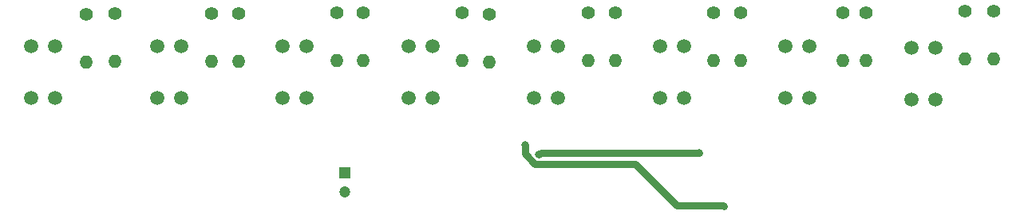
<source format=gbr>
%TF.GenerationSoftware,KiCad,Pcbnew,7.0.7*%
%TF.CreationDate,2023-10-04T21:18:47+07:00*%
%TF.ProjectId,line_sensor,6c696e65-5f73-4656-9e73-6f722e6b6963,rev?*%
%TF.SameCoordinates,Original*%
%TF.FileFunction,Copper,L2,Bot*%
%TF.FilePolarity,Positive*%
%FSLAX46Y46*%
G04 Gerber Fmt 4.6, Leading zero omitted, Abs format (unit mm)*
G04 Created by KiCad (PCBNEW 7.0.7) date 2023-10-04 21:18:47*
%MOMM*%
%LPD*%
G01*
G04 APERTURE LIST*
%TA.AperFunction,ComponentPad*%
%ADD10O,1.400000X1.400000*%
%TD*%
%TA.AperFunction,ComponentPad*%
%ADD11C,1.400000*%
%TD*%
%TA.AperFunction,ComponentPad*%
%ADD12R,1.200000X1.200000*%
%TD*%
%TA.AperFunction,ComponentPad*%
%ADD13C,1.200000*%
%TD*%
%TA.AperFunction,ComponentPad*%
%ADD14C,1.500000*%
%TD*%
%TA.AperFunction,ViaPad*%
%ADD15C,0.800000*%
%TD*%
%TA.AperFunction,Conductor*%
%ADD16C,0.800000*%
%TD*%
G04 APERTURE END LIST*
D10*
%TO.P,R4,2*%
%TO.N,Net-(R4-Pad2)*%
X90875000Y-40805000D03*
D11*
%TO.P,R4,1*%
%TO.N,/TCRT5000/5V*%
X90875000Y-35725000D03*
%TD*%
D12*
%TO.P,C1,1*%
%TO.N,/TCRT5000/5V*%
X105000000Y-52677401D03*
D13*
%TO.P,C1,2*%
%TO.N,/TCRT5000/GND*%
X105000000Y-54677401D03*
%TD*%
D11*
%TO.P,R7,1*%
%TO.N,/TCRT5000/5V*%
X120300000Y-35775000D03*
D10*
%TO.P,R7,2*%
%TO.N,/TCRT5005/SIG*%
X120300000Y-40855000D03*
%TD*%
D11*
%TO.P,R5,1*%
%TO.N,/TCRT5000/5V*%
X106975000Y-35600000D03*
D10*
%TO.P,R5,2*%
%TO.N,/TCRT5002/SIG*%
X106975000Y-40680000D03*
%TD*%
D11*
%TO.P,R15,1*%
%TO.N,/TCRT5000/5V*%
X173800000Y-35475000D03*
D10*
%TO.P,R15,2*%
%TO.N,/TCRT5006/SIG*%
X173800000Y-40555000D03*
%TD*%
D11*
%TO.P,R12,1*%
%TO.N,/TCRT5000/5V*%
X144125000Y-35600000D03*
D10*
%TO.P,R12,2*%
%TO.N,Net-(R12-Pad2)*%
X144125000Y-40680000D03*
%TD*%
D11*
%TO.P,R8,1*%
%TO.N,/TCRT5000/5V*%
X117475000Y-35650000D03*
D10*
%TO.P,R8,2*%
%TO.N,Net-(R8-Pad2)*%
X117475000Y-40730000D03*
%TD*%
%TO.P,R1,2*%
%TO.N,Net-(R1-Pad2)*%
X77550000Y-40880000D03*
D11*
%TO.P,R1,1*%
%TO.N,/TCRT5000/5V*%
X77550000Y-35800000D03*
%TD*%
%TO.P,R10,1*%
%TO.N,/TCRT5000/5V*%
X130850000Y-35625000D03*
D10*
%TO.P,R10,2*%
%TO.N,Net-(R10-Pad2)*%
X130850000Y-40705000D03*
%TD*%
D11*
%TO.P,R11,1*%
%TO.N,/TCRT5000/5V*%
X146950000Y-35625000D03*
D10*
%TO.P,R11,2*%
%TO.N,/TCRT5004/SIG*%
X146950000Y-40705000D03*
%TD*%
D11*
%TO.P,R13,1*%
%TO.N,/TCRT5000/5V*%
X160275000Y-35625000D03*
D10*
%TO.P,R13,2*%
%TO.N,/TCRT5007/SIG*%
X160275000Y-40705000D03*
%TD*%
D11*
%TO.P,R6,1*%
%TO.N,/TCRT5000/5V*%
X104125000Y-35675000D03*
D10*
%TO.P,R6,2*%
%TO.N,Net-(R6-Pad2)*%
X104125000Y-40755000D03*
%TD*%
D11*
%TO.P,R2,1*%
%TO.N,/TCRT5000/5V*%
X80575000Y-35750000D03*
D10*
%TO.P,R2,2*%
%TO.N,/TCRT5000/SIG*%
X80575000Y-40830000D03*
%TD*%
D11*
%TO.P,R16,1*%
%TO.N,/TCRT5000/5V*%
X170800000Y-35475000D03*
D10*
%TO.P,R16,2*%
%TO.N,Net-(R16-Pad2)*%
X170800000Y-40555000D03*
%TD*%
D11*
%TO.P,R9,1*%
%TO.N,/TCRT5000/5V*%
X133700000Y-35650000D03*
D10*
%TO.P,R9,2*%
%TO.N,/TCRT5003/SIG*%
X133700000Y-40730000D03*
%TD*%
%TO.P,R3,2*%
%TO.N,/TCRT5001/SIG*%
X93750000Y-40805000D03*
D11*
%TO.P,R3,1*%
%TO.N,/TCRT5000/5V*%
X93750000Y-35725000D03*
%TD*%
%TO.P,R14,1*%
%TO.N,/TCRT5000/5V*%
X157850000Y-35675000D03*
D10*
%TO.P,R14,2*%
%TO.N,Net-(R14-Pad2)*%
X157850000Y-40755000D03*
%TD*%
D14*
%TO.P,U6,A*%
%TO.N,Net-(R12-Pad2)*%
X140970000Y-39160000D03*
%TO.P,U6,CATH*%
%TO.N,/TCRT5000/GND*%
X138430000Y-39160000D03*
%TO.P,U6,COLL*%
%TO.N,/TCRT5004/SIG*%
X140970000Y-44660000D03*
%TO.P,U6,E*%
%TO.N,/TCRT5000/GND*%
X138430000Y-44660000D03*
%TD*%
%TO.P,U3,A*%
%TO.N,Net-(R6-Pad2)*%
X100965000Y-39160000D03*
%TO.P,U3,CATH*%
%TO.N,/TCRT5000/GND*%
X98425000Y-39160000D03*
%TO.P,U3,COLL*%
%TO.N,/TCRT5002/SIG*%
X100965000Y-44660000D03*
%TO.P,U3,E*%
%TO.N,/TCRT5000/GND*%
X98425000Y-44660000D03*
%TD*%
%TO.P,U8,A*%
%TO.N,Net-(R16-Pad2)*%
X167640000Y-39370000D03*
%TO.P,U8,CATH*%
%TO.N,/TCRT5000/GND*%
X165100000Y-39370000D03*
%TO.P,U8,COLL*%
%TO.N,/TCRT5006/SIG*%
X167640000Y-44870000D03*
%TO.P,U8,E*%
%TO.N,/TCRT5000/GND*%
X165100000Y-44870000D03*
%TD*%
%TO.P,U5,A*%
%TO.N,Net-(R10-Pad2)*%
X127640000Y-39160000D03*
%TO.P,U5,CATH*%
%TO.N,/TCRT5000/GND*%
X125100000Y-39160000D03*
%TO.P,U5,COLL*%
%TO.N,/TCRT5003/SIG*%
X127640000Y-44660000D03*
%TO.P,U5,E*%
%TO.N,/TCRT5000/GND*%
X125100000Y-44660000D03*
%TD*%
%TO.P,U2,A*%
%TO.N,Net-(R4-Pad2)*%
X87630000Y-39160000D03*
%TO.P,U2,CATH*%
%TO.N,/TCRT5000/GND*%
X85090000Y-39160000D03*
%TO.P,U2,COLL*%
%TO.N,/TCRT5001/SIG*%
X87630000Y-44660000D03*
%TO.P,U2,E*%
%TO.N,/TCRT5000/GND*%
X85090000Y-44660000D03*
%TD*%
%TO.P,U1,A*%
%TO.N,Net-(R1-Pad2)*%
X74295000Y-39160000D03*
%TO.P,U1,CATH*%
%TO.N,/TCRT5000/GND*%
X71755000Y-39160000D03*
%TO.P,U1,COLL*%
%TO.N,/TCRT5000/SIG*%
X74295000Y-44660000D03*
%TO.P,U1,E*%
%TO.N,/TCRT5000/GND*%
X71755000Y-44660000D03*
%TD*%
%TO.P,U4,A*%
%TO.N,Net-(R8-Pad2)*%
X114300000Y-39160000D03*
%TO.P,U4,CATH*%
%TO.N,/TCRT5000/GND*%
X111760000Y-39160000D03*
%TO.P,U4,COLL*%
%TO.N,/TCRT5005/SIG*%
X114300000Y-44660000D03*
%TO.P,U4,E*%
%TO.N,/TCRT5000/GND*%
X111760000Y-44660000D03*
%TD*%
%TO.P,U7,A*%
%TO.N,Net-(R14-Pad2)*%
X154305000Y-39160000D03*
%TO.P,U7,CATH*%
%TO.N,/TCRT5000/GND*%
X151765000Y-39160000D03*
%TO.P,U7,COLL*%
%TO.N,/TCRT5007/SIG*%
X154305000Y-44660000D03*
%TO.P,U7,E*%
%TO.N,/TCRT5000/GND*%
X151765000Y-44660000D03*
%TD*%
D15*
%TO.N,Net-(J1-Pin_8)*%
X125600000Y-50700000D03*
X125600000Y-50700000D03*
X142600000Y-50500000D03*
%TO.N,Net-(J1-Pin_7)*%
X145200000Y-56200000D03*
X124100000Y-49700000D03*
%TD*%
D16*
%TO.N,Net-(J1-Pin_7)*%
X124100000Y-50657107D02*
X124100000Y-49700000D01*
X125142893Y-51700000D02*
X124100000Y-50657107D01*
X140200000Y-56100000D02*
X135800000Y-51700000D01*
X135800000Y-51700000D02*
X125142893Y-51700000D01*
X145100000Y-56100000D02*
X140200000Y-56100000D01*
X145200000Y-56200000D02*
X145100000Y-56100000D01*
%TO.N,Net-(J1-Pin_8)*%
X125800000Y-50500000D02*
X125600000Y-50700000D01*
X142600000Y-50500000D02*
X125800000Y-50500000D01*
%TD*%
M02*

</source>
